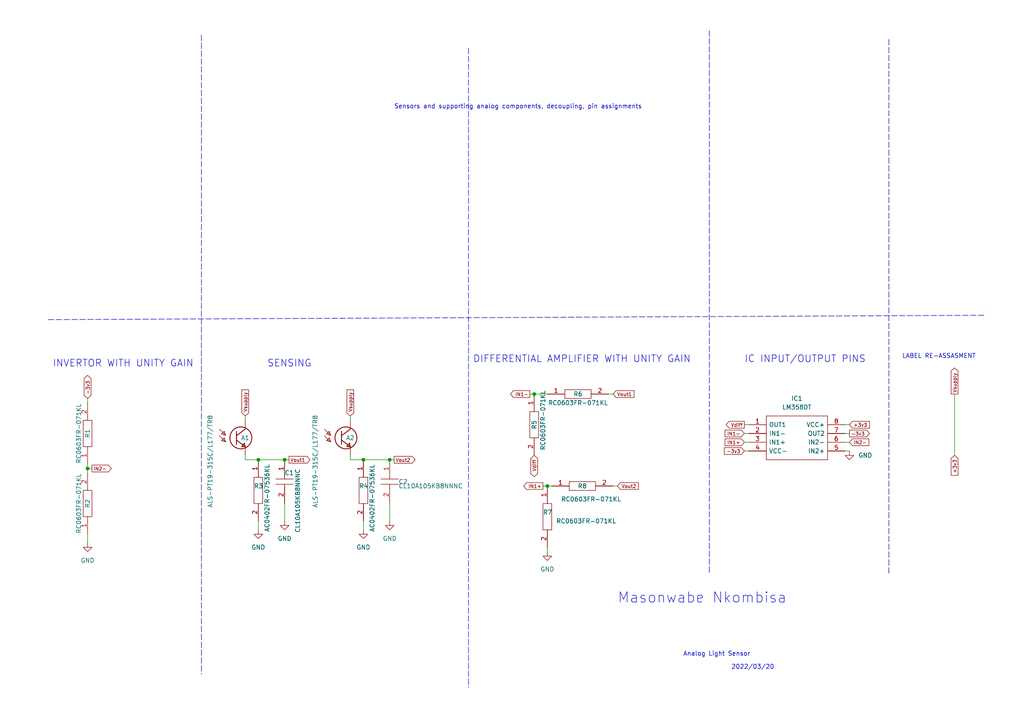
<source format=kicad_sch>
(kicad_sch (version 20211123) (generator eeschema)
  (paper "A4")
  (lib_symbols
    (symbol "ALS-PT19-315C_L177_TR8:ALS-PT19-315C{slash}L177{slash}TR8" (pin_numbers hide) (pin_names (offset 1.016) hide)
      (property "Reference" "A" (at -10.16 5.08 0))
      (property "Value" "ALS-PT19-315C{slash}L177{slash}TR8" (at -10.16 -7.62 0))
      (symbol "ALS-PT19-315C{slash}L177{slash}TR8_0_0"
        (polyline (pts (xy -4.953 0.635) (xy -3.175 -1.143)) (stroke (width 0.1524)))
        (polyline (pts (xy -4.953 2.54) (xy -3.175 0.762)) (stroke (width 0.1524)))
        (polyline (pts (xy -4.318 -0.762) (xy -3.556 0)) (stroke (width 0.1524)))
        (polyline (pts (xy -4.318 1.143) (xy -3.556 1.905)) (stroke (width 0.1524)))
        (polyline (pts (xy -3.556 0) (xy -3.175 -1.143)) (stroke (width 0.1524)))
        (polyline (pts (xy -3.556 1.905) (xy -3.175 0.762)) (stroke (width 0.1524)))
        (polyline (pts (xy -3.175 -1.143) (xy -4.318 -0.762)) (stroke (width 0.1524)))
        (polyline (pts (xy -3.175 0.762) (xy -4.318 1.143)) (stroke (width 0.1524)))
        (polyline (pts (xy 0 -0.635) (xy 0 -1.905)) (stroke (width 0.254)))
        (polyline (pts (xy 0 -0.635) (xy 2.54 -2.54)) (stroke (width 0.254)))
        (polyline (pts (xy 0 0.635) (xy 0 -0.635)) (stroke (width 0.254)))
        (polyline (pts (xy 0 0.635) (xy 2.54 2.54)) (stroke (width 0.254)))
        (polyline (pts (xy 0 1.905) (xy 0 0.635)) (stroke (width 0.254)))
        (polyline (pts (xy 2.286 -2.286) (xy 2.54 -2.54)) (stroke (width 0.1524)))
        (polyline (pts (xy -4.318 -0.762) (xy -3.175 -1.143) (xy -3.556 0) (xy -4.318 -0.762)) (stroke (width 0.1524)) (fill (type background)))
        (polyline (pts (xy -4.318 1.143) (xy -3.175 0.762) (xy -3.556 1.905) (xy -4.318 1.143)) (stroke (width 0.1524)) (fill (type background)))
        (polyline (pts (xy 2.54 -2.54) (xy 2.286 -1.524) (xy 1.524 -2.54) (xy 2.54 -2.54)) (stroke (width 0.254)) (fill (type background)))
        (circle (center 1.27 0) (radius 3.175) (stroke (width 0.254)))
        (pin passive line (at 2.54 5.08 270) (length 2.54) (name "~") (number "1"))
        (pin passive line (at 2.54 -5.08 90) (length 2.54) (name "~") (number "2"))
      )
    )
    (symbol "SamacSys_Parts:AC0402FR-07536KL" (pin_names (offset 0.762))
      (property "Reference" "R" (at 13.97 6.35 0))
      (property "Value" "AC0402FR-07536KL" (at 13.97 3.81 0))
      (symbol "AC0402FR-07536KL_0_0"
        (pin passive line (at 0 0 0) (length 5.08) (name "~") (number "1"))
        (pin passive line (at 17.78 0 180) (length 5.08) (name "~") (number "2"))
      )
      (symbol "AC0402FR-07536KL_0_1"
        (polyline (pts (xy 5.08 1.27) (xy 12.7 1.27) (xy 12.7 -1.27) (xy 5.08 -1.27) (xy 5.08 1.27)) (stroke (width 0.1524)))
      )
    )
    (symbol "SamacSys_Parts:CL10A105KB8NNNC" (pin_names (offset 0.762))
      (property "Reference" "C" (at 8.89 6.35 0))
      (property "Value" "CL10A105KB8NNNC" (at 8.89 3.81 0))
      (symbol "CL10A105KB8NNNC_0_0"
        (pin passive line (at 0 0 0) (length 5.08) (name "~") (number "1"))
        (pin passive line (at 12.7 0 180) (length 5.08) (name "~") (number "2"))
      )
      (symbol "CL10A105KB8NNNC_0_1"
        (polyline (pts (xy 5.08 0) (xy 5.588 0)) (stroke (width 0.1524)))
        (polyline (pts (xy 5.588 2.54) (xy 5.588 -2.54)) (stroke (width 0.1524)))
        (polyline (pts (xy 7.112 0) (xy 7.62 0)) (stroke (width 0.1524)))
        (polyline (pts (xy 7.112 2.54) (xy 7.112 -2.54)) (stroke (width 0.1524)))
      )
    )
    (symbol "SamacSys_Parts:LM358DT" (pin_names (offset 0.762))
      (property "Reference" "IC" (at 24.13 7.62 0))
      (property "Value" "LM358DT" (at 24.13 5.08 0))
      (symbol "LM358DT_0_0"
        (pin passive line (at 0 0 0) (length 5.08) (name "OUT1") (number "1"))
        (pin passive line (at 0 -2.54 0) (length 5.08) (name "IN1-") (number "2"))
        (pin passive line (at 0 -5.08 0) (length 5.08) (name "IN1+") (number "3"))
        (pin passive line (at 0 -7.62 0) (length 5.08) (name "VCC-") (number "4"))
        (pin passive line (at 27.94 -7.62 180) (length 5.08) (name "IN2+") (number "5"))
        (pin passive line (at 27.94 -5.08 180) (length 5.08) (name "IN2-") (number "6"))
        (pin passive line (at 27.94 -2.54 180) (length 5.08) (name "OUT2") (number "7"))
        (pin passive line (at 27.94 0 180) (length 5.08) (name "VCC+") (number "8"))
      )
      (symbol "LM358DT_0_1"
        (polyline (pts (xy 5.08 2.54) (xy 22.86 2.54) (xy 22.86 -10.16) (xy 5.08 -10.16) (xy 5.08 2.54)) (stroke (width 0.1524)))
      )
    )
    (symbol "SamacSys_Parts:RC0603FR-071KL" (pin_names (offset 0.762))
      (property "Reference" "R" (at 13.97 6.35 0))
      (property "Value" "RC0603FR-071KL" (at 13.97 3.81 0))
      (symbol "RC0603FR-071KL_0_0"
        (pin passive line (at 0 0 0) (length 5.08) (name "~") (number "1"))
        (pin passive line (at 17.78 0 180) (length 5.08) (name "~") (number "2"))
      )
      (symbol "RC0603FR-071KL_0_1"
        (polyline (pts (xy 5.08 1.27) (xy 12.7 1.27) (xy 12.7 -1.27) (xy 5.08 -1.27) (xy 5.08 1.27)) (stroke (width 0.1524)))
      )
    )
    (symbol "power:GND" (power) (pin_names (offset 0))
      (property "Value" "GND" (at 0 -3.81 0))
      (symbol "GND_0_1"
        (polyline (pts (xy 0 0) (xy 0 -1.27) (xy 1.27 -1.27) (xy 0 -2.54) (xy -1.27 -1.27) (xy 0 -1.27)))
      )
      (symbol "GND_1_1"
        (pin power_in line (at 0 0 270) (length 0) hide (name "GND") (number "1"))
      )
    )
  )
  (junction (at 82.55 133.35))
  (junction (at 74.93 133.35))
  (junction (at 154.94 114.3))
  (junction (at 25.4 135.89))
  (junction (at 158.75 140.97))
  (junction (at 113.03 133.35))
  (junction (at 105.41 133.35))
  (wire (pts (xy 101.6 132.08) (xy 101.6 133.35)))
  (wire (pts (xy 217.17 125.73) (xy 215.9 125.73)))
  (wire (pts (xy 154.94 114.3) (xy 158.75 114.3)))
  (wire (pts (xy 217.17 128.27) (xy 215.9 128.27)))
  (polyline (pts (xy 13.97 92.71) (xy 285.75 91.44)))
  (wire (pts (xy 215.9 123.19) (xy 217.17 123.19)))
  (wire (pts (xy 154.94 114.3) (xy 153.67 114.3)))
  (polyline (pts (xy 205.74 8.89) (xy 205.74 166.37)))
  (wire (pts (xy 82.55 133.35) (xy 74.93 133.35)))
  (polyline (pts (xy 58.42 10.16) (xy 58.42 195.58)))
  (wire (pts (xy 105.41 133.35) (xy 101.6 133.35)))
  (wire (pts (xy 177.8 140.97) (xy 179.07 140.97)))
  (wire (pts (xy 158.75 140.97) (xy 160.02 140.97)))
  (wire (pts (xy 25.4 135.89) (xy 25.4 137.16)))
  (polyline (pts (xy 257.81 11.43) (xy 257.81 166.37)))
  (wire (pts (xy 114.3 133.35) (xy 113.03 133.35)))
  (wire (pts (xy 25.4 115.57) (xy 25.4 116.84)))
  (wire (pts (xy 74.93 133.35) (xy 71.12 133.35)))
  (wire (pts (xy 26.67 135.89) (xy 25.4 135.89)))
  (wire (pts (xy 158.75 160.02) (xy 158.75 158.75)))
  (polyline (pts (xy 135.89 13.97) (xy 135.89 199.39)))
  (wire (pts (xy 71.12 132.08) (xy 71.12 133.35)))
  (wire (pts (xy 25.4 134.62) (xy 25.4 135.89)))
  (wire (pts (xy 74.93 151.13) (xy 74.93 153.67)))
  (wire (pts (xy 276.86 114.3) (xy 276.86 132.08)))
  (wire (pts (xy 83.82 133.35) (xy 82.55 133.35)))
  (wire (pts (xy 25.4 157.48) (xy 25.4 154.94)))
  (wire (pts (xy 245.11 128.27) (xy 246.38 128.27)))
  (wire (pts (xy 71.12 120.65) (xy 71.12 121.92)))
  (wire (pts (xy 113.03 146.05) (xy 113.03 151.13)))
  (wire (pts (xy 245.11 125.73) (xy 246.38 125.73)))
  (wire (pts (xy 105.41 151.13) (xy 105.41 153.67)))
  (wire (pts (xy 157.48 140.97) (xy 158.75 140.97)))
  (wire (pts (xy 215.9 130.81) (xy 217.17 130.81)))
  (wire (pts (xy 82.55 146.05) (xy 82.55 151.13)))
  (wire (pts (xy 113.03 133.35) (xy 105.41 133.35)))
  (wire (pts (xy 101.6 120.65) (xy 101.6 121.92)))
  (wire (pts (xy 176.53 114.3) (xy 177.8 114.3)))
  (wire (pts (xy 245.11 123.19) (xy 246.38 123.19)))
  (wire (pts (xy 245.11 130.81) (xy 246.38 130.81)))
  (text "SENSING" (at 77.47 106.68 0) (effects (font (size 2 2)) (justify left bottom)))
  (text "LABEL RE-ASSASMENT" (at 261.62 104.14 0) (effects (font (size 1.27 1.27)) (justify left bottom)))
  (text "IC INPUT/OUTPUT PINS" (at 215.9 105.41 0) (effects (font (size 2 2)) (justify left bottom)))
  (text "Sensors and supporting analog components, decoupling, pin assignments" (at 114.3 31.75 0) (effects (font (size 1.27 1.27)) (justify left bottom)))
  (text "INVERTOR WITH UNITY GAIN" (at 15.24 106.68 0) (effects (font (size 2 2)) (justify left bottom)))
  (text "Analog Light Sensor" (at 198.12 190.5 0) (effects (font (size 1.27 1.27)) (justify left bottom)))
  (text "Masonwabe Nkombisa\n" (at 179.07 175.26 0) (effects (font (size 3 3)) (justify left bottom)))
  (text "DIFFERENTIAL AMPLIFIER WITH UNITY GAIN" (at 137.16 105.41 0) (effects (font (size 2 2)) (justify left bottom)))
  (text "2022/03/20" (at 212.09 194.31 0) (effects (font (size 1.27 1.27)) (justify left bottom)))
  (global_label "Vsupply" (shape input) (at 71.12 120.65 90) (effects (font (size 1 1))) (property "Intersheet References" "${INTERSHEET_REFS}" (effects hide)))
  (global_label "Vout2" (shape input) (at 179.07 140.97 0) (effects (font (size 1 1))) (property "Intersheet References" "${INTERSHEET_REFS}" (effects hide)))
  (global_label "Vsupply" (shape output) (at 276.86 114.3 90) (effects (font (size 1 1))) (property "Intersheet References" "${INTERSHEET_REFS}" (effects hide)))
  (global_label "-3v3" (shape bidirectional) (at 25.4 115.57 90) (effects (font (size 1 1))) (property "Intersheet References" "${INTERSHEET_REFS}" (effects hide)))
  (global_label "Vout1" (shape input) (at 177.8 114.3 0) (effects (font (size 1 1))) (property "Intersheet References" "${INTERSHEET_REFS}" (effects hide)))
  (global_label "+3v3" (shape input) (at 246.38 123.19 0) (effects (font (size 1 1))) (property "Intersheet References" "${INTERSHEET_REFS}" (effects hide)))
  (global_label "IN1+" (shape input) (at 215.9 128.27 180) (effects (font (size 1 1))) (property "Intersheet References" "${INTERSHEET_REFS}" (effects hide)))
  (global_label "+3v3" (shape input) (at 276.86 132.08 270) (effects (font (size 1 1))) (property "Intersheet References" "${INTERSHEET_REFS}" (effects hide)))
  (global_label "Vdiff" (shape output) (at 215.9 123.19 180) (effects (font (size 1 1))) (property "Intersheet References" "${INTERSHEET_REFS}" (effects hide)))
  (global_label "-3v3" (shape input) (at 215.9 130.81 180) (effects (font (size 1 1))) (property "Intersheet References" "${INTERSHEET_REFS}" (effects hide)))
  (global_label "IN2-" (shape output) (at 26.67 135.89 0) (effects (font (size 1 1))) (property "Intersheet References" "${INTERSHEET_REFS}" (effects hide)))
  (global_label "-3v3" (shape output) (at 246.38 125.73 0) (effects (font (size 1 1))) (property "Intersheet References" "${INTERSHEET_REFS}" (effects hide)))
  (global_label "Vsupply" (shape input) (at 101.6 120.65 90) (effects (font (size 1 1))) (property "Intersheet References" "${INTERSHEET_REFS}" (effects hide)))
  (global_label "IN1-" (shape output) (at 153.67 114.3 180) (effects (font (size 1 1))) (property "Intersheet References" "${INTERSHEET_REFS}" (effects hide)))
  (global_label "IN1-" (shape input) (at 215.9 125.73 180) (effects (font (size 1 1))) (property "Intersheet References" "${INTERSHEET_REFS}" (effects hide)))
  (global_label "Vdiff" (shape bidirectional) (at 154.94 132.08 270) (effects (font (size 1 1))) (property "Intersheet References" "${INTERSHEET_REFS}" (effects hide)))
  (global_label "Vout1" (shape output) (at 83.82 133.35 0) (effects (font (size 1 1))) (property "Intersheet References" "${INTERSHEET_REFS}" (effects hide)))
  (global_label "IN2-" (shape input) (at 246.38 128.27 0) (effects (font (size 1 1))) (property "Intersheet References" "${INTERSHEET_REFS}" (effects hide)))
  (global_label "IN1+" (shape output) (at 157.48 140.97 180) (effects (font (size 1 1))) (property "Intersheet References" "${INTERSHEET_REFS}" (effects hide)))
  (global_label "Vout2" (shape output) (at 114.3 133.35 0) (effects (font (size 1 1))) (property "Intersheet References" "${INTERSHEET_REFS}" (effects hide)))
  (symbol (lib_id "SamacSys_Parts:RC0603FR-071KL") (at 160.02 140.97 0) (unit 1)
    (property "Reference" "R8" (at 168.91 140.97 0))
    (property "Value" "RC0603FR-071KL" (at 171.45 144.78 0))
    (property "Footprint" "SamacSys_Parts:RESC1608X55N" (effects hide))
    (property "Datasheet" "https://datasheet.datasheetarchive.com/originals/distributors/Datasheets_SAMA/902f9e387b938f871d31120f5fc1d65e.pdf" (effects hide))
    (property "Description" "GENERAL PURPOSE CHIP RESISTORS" (effects hide))
    (property "Height" "0.55" (effects hide))
    (property "Manufacturer_Name" "YAGEO (PHYCOMP)" (effects hide))
    (property "Manufacturer_Part_Number" "RC0603FR-071KL" (effects hide))
    (property "Mouser Part Number" "603-RC0603FR-071KL" (effects hide))
    (property "Mouser Price/Stock" "https://www.mouser.co.uk/ProductDetail/YAGEO/RC0603FR-071KL?qs=VU8sRB4EgwApHsk4rF%2F3zg%3D%3D" (effects hide))
    (property "Arrow Part Number" "RC0603FR-071KL" (effects hide))
    (property "Arrow Price/Stock" "https://www.arrow.com/en/products/rc0603fr-071kl/yageo?region=europe" (effects hide))
    (property "LCSC" "C22548" (effects hide))
    (property "Price" "$0.0012" (effects hide))
    (property "MANUFACTURER" "YAGEO" (effects hide))
  )
  (symbol (lib_id "power:GND") (at 158.75 160.02 0) (unit 1)
    (property "Reference" "#PWR06" (effects hide))
    (property "Value" "GND" (at 158.75 165.1 0))
  )
  (symbol (lib_id "SamacSys_Parts:RC0603FR-071KL") (at 154.94 114.3 270) (unit 1)
    (property "Reference" "R5" (at 154.94 123.19 0))
    (property "Value" "RC0603FR-071KL" (at 157.48 121.92 0))
    (property "Footprint" "SamacSys_Parts:RESC1608X55N" (effects hide))
    (property "Datasheet" "https://datasheet.datasheetarchive.com/originals/distributors/Datasheets_SAMA/902f9e387b938f871d31120f5fc1d65e.pdf" (effects hide))
    (property "Description" "GENERAL PURPOSE CHIP RESISTORS" (effects hide))
    (property "Height" "0.55" (effects hide))
    (property "Manufacturer_Name" "YAGEO (PHYCOMP)" (effects hide))
    (property "Manufacturer_Part_Number" "RC0603FR-071KL" (effects hide))
    (property "Mouser Part Number" "603-RC0603FR-071KL" (effects hide))
    (property "Mouser Price/Stock" "https://www.mouser.co.uk/ProductDetail/YAGEO/RC0603FR-071KL?qs=VU8sRB4EgwApHsk4rF%2F3zg%3D%3D" (effects hide))
    (property "Arrow Part Number" "RC0603FR-071KL" (effects hide))
    (property "Arrow Price/Stock" "https://www.arrow.com/en/products/rc0603fr-071kl/yageo?region=europe" (effects hide))
    (property "LCSC" "C22548" (effects hide))
    (property "Price" "$0.0012" (effects hide))
    (property "MANUFACTURER" "YAGEO" (effects hide))
  )
  (symbol (lib_id "SamacSys_Parts:CL10A105KB8NNNC") (at 82.55 133.35 270) (unit 1)
    (property "Reference" "C1" (at 82.55 137.16 90) (effects (justify left)))
    (property "Value" "CL10A105KB8NNNC" (at 86.36 135.89 0) (effects (justify left)))
    (property "Footprint" "SamacSys_Parts:CAPC1608X90N" (effects hide))
    (property "Datasheet" "https://datasheet.datasheetarchive.com/originals/distributors/Datasheets-DGA10/2411562.pdf" (effects hide))
    (property "Description" "CAP, 1uF, 50V, +/-10%, X5R, 0603" (effects hide))
    (property "Height" "0.9" (effects hide))
    (property "Manufacturer_Name" "Samsung Electro-Mechanics" (effects hide))
    (property "Manufacturer_Part_Number" "CL10A105KB8NNNC" (effects hide))
    (property "Mouser Part Number" "187-CL10A105KB8NNNC" (effects hide))
    (property "Mouser Price/Stock" "https://www.mouser.co.uk/ProductDetail/Samsung-Electro-Mechanics/CL10A105KB8NNNC?qs=ktYoCbbtCSJz4pFCLWXd5g%3D%3D" (effects hide))
    (property "Arrow Part Number" "CL10A105KB8NNNC" (effects hide))
    (property "Arrow Price/Stock" "https://www.arrow.com/en/products/cl10a105kb8nnnc/samsung-electro-mechanics?region=europe" (effects hide))
    (property "LCSC" "C15849" (effects hide))
    (property "Price" "$0.0058" (effects hide))
    (property "MANUFACTURER" "Samsung Electro-Mechanics" (effects hide))
  )
  (symbol (lib_id "power:GND") (at 113.03 151.13 0) (unit 1)
    (property "Reference" "#PWR05" (effects hide))
    (property "Value" "GND" (at 113.03 156.21 0))
  )
  (symbol (lib_id "SamacSys_Parts:RC0603FR-071KL") (at 158.75 114.3 0) (unit 1)
    (property "Reference" "R6" (at 167.64 114.3 0))
    (property "Value" "RC0603FR-071KL" (at 167.64 116.84 0))
    (property "Footprint" "SamacSys_Parts:RESC1608X55N" (effects hide))
    (property "Datasheet" "https://datasheet.datasheetarchive.com/originals/distributors/Datasheets_SAMA/902f9e387b938f871d31120f5fc1d65e.pdf" (effects hide))
    (property "Description" "GENERAL PURPOSE CHIP RESISTORS" (effects hide))
    (property "Height" "0.55" (effects hide))
    (property "Manufacturer_Name" "YAGEO (PHYCOMP)" (effects hide))
    (property "Manufacturer_Part_Number" "RC0603FR-071KL" (effects hide))
    (property "Mouser Part Number" "603-RC0603FR-071KL" (effects hide))
    (property "Mouser Price/Stock" "https://www.mouser.co.uk/ProductDetail/YAGEO/RC0603FR-071KL?qs=VU8sRB4EgwApHsk4rF%2F3zg%3D%3D" (effects hide))
    (property "Arrow Part Number" "RC0603FR-071KL" (effects hide))
    (property "Arrow Price/Stock" "https://www.arrow.com/en/products/rc0603fr-071kl/yageo?region=europe" (effects hide))
    (property "LCSC" "C22548" (effects hide))
    (property "Price" "$0.0012" (effects hide))
    (property "MANUFACTURER" "YAGEO" (effects hide))
  )
  (symbol (lib_id "ALS-PT19-315C_L177_TR8:ALS-PT19-315C{slash}L177{slash}TR8") (at 68.58 127 0) (unit 1)
    (property "Reference" "A1" (at 69.85 127 0) (effects (justify left)))
    (property "Value" "ALS-PT19-315C/L177/TR8" (at 60.96 147.32 90) (effects (justify left)))
    (property "Footprint" "SamacSys_Parts:XDCR_ALS-PT19-315C_L177_TR8" (effects hide))
    (property "Datasheet" "https://datasheet.lcsc.com/lcsc/1806131537_Everlight-Elec-ALS-PT19-315C-L177-TR8_C146233.pdf" (effects hide))
    (property "MANUFACTURER" "Everlight" (effects hide))
    (property "PARTREV" "5" (effects hide))
    (property "MAXIMUM_PACKAGE_HEIGHT" "0.7 mm" (effects hide))
    (property "STANDARD" "Manufacturer Recommendations" (effects hide))
    (property "LCSC" "C146233" (effects hide))
    (property "Price" "$0.1407" (effects hide))
  )
  (symbol (lib_id "SamacSys_Parts:AC0402FR-07536KL") (at 74.93 133.35 270) (unit 1)
    (property "Reference" "R3" (at 73.66 140.97 90) (effects (justify left)))
    (property "Value" "AC0402FR-07536KL" (at 77.47 134.62 0) (effects (justify left)))
    (property "Footprint" "SamacSys_Parts:RESC1005X37N" (effects hide))
    (property "Datasheet" "https://www.yageo.com/upload/media/product/productsearch/datasheet/rchip/PYu-AC_51_RoHS_L_8.pdf" (effects hide))
    (property "Description" "Thick Film Resistors - SMD 1/16W 536K ohm 1% AEC-Q200" (effects hide))
    (property "Height" "0.37" (effects hide))
    (property "Manufacturer_Name" "YAGEO (PHYCOMP)" (effects hide))
    (property "Manufacturer_Part_Number" "AC0402FR-07536KL" (effects hide))
    (property "Mouser Part Number" "603-AC0402FR-07536KL" (effects hide))
    (property "Mouser Price/Stock" "https://www.mouser.co.uk/ProductDetail/Yageo/AC0402FR-07536KL?qs=ygRr%2Ftkhtes1ZRS%252BGC1nhA%3D%3D" (effects hide))
    (property "LCSC" "C144748" (effects hide))
    (property "Price" "$0.0011" (effects hide))
    (property "MANUFACTURER" "YAGEO" (effects hide))
  )
  (symbol (lib_id "SamacSys_Parts:RC0603FR-071KL") (at 158.75 140.97 270) (unit 1)
    (property "Reference" "R7" (at 157.48 148.59 90) (effects (justify left)))
    (property "Value" "RC0603FR-071KL" (at 161.29 151.1299 90) (effects (justify left)))
    (property "Footprint" "SamacSys_Parts:RESC1608X55N" (effects hide))
    (property "Datasheet" "https://datasheet.datasheetarchive.com/originals/distributors/Datasheets_SAMA/902f9e387b938f871d31120f5fc1d65e.pdf" (effects hide))
    (property "Description" "GENERAL PURPOSE CHIP RESISTORS" (effects hide))
    (property "Height" "0.55" (effects hide))
    (property "Manufacturer_Name" "YAGEO (PHYCOMP)" (effects hide))
    (property "Manufacturer_Part_Number" "RC0603FR-071KL" (effects hide))
    (property "Mouser Part Number" "603-RC0603FR-071KL" (effects hide))
    (property "Mouser Price/Stock" "https://www.mouser.co.uk/ProductDetail/YAGEO/RC0603FR-071KL?qs=VU8sRB4EgwApHsk4rF%2F3zg%3D%3D" (effects hide))
    (property "Arrow Part Number" "RC0603FR-071KL" (effects hide))
    (property "Arrow Price/Stock" "https://www.arrow.com/en/products/rc0603fr-071kl/yageo?region=europe" (effects hide))
    (property "LCSC" "C22548" (effects hide))
    (property "Price" "$0.0012" (effects hide))
    (property "MANUFACTURER" "YAGEO" (effects hide))
  )
  (symbol (lib_id "ALS-PT19-315C_L177_TR8:ALS-PT19-315C{slash}L177{slash}TR8") (at 99.06 127 0) (unit 1)
    (property "Reference" "A2" (at 100.33 127 0) (effects (justify left)))
    (property "Value" "ALS-PT19-315C/L177/TR8" (at 91.44 147.32 90) (effects (justify left)))
    (property "Footprint" "SamacSys_Parts:XDCR_ALS-PT19-315C_L177_TR8" (effects hide))
    (property "Datasheet" "https://datasheet.lcsc.com/lcsc/1806131537_Everlight-Elec-ALS-PT19-315C-L177-TR8_C146233.pdf" (effects hide))
    (property "MANUFACTURER" "Everlight" (effects hide))
    (property "PARTREV" "5" (effects hide))
    (property "MAXIMUM_PACKAGE_HEIGHT" "0.7 mm" (effects hide))
    (property "STANDARD" "Manufacturer Recommendations" (effects hide))
    (property "LCSC" "C146233" (effects hide))
    (property "Price" "$0.1407" (effects hide))
  )
  (symbol (lib_id "power:GND") (at 82.55 151.13 0) (unit 1)
    (property "Reference" "#PWR03" (effects hide))
    (property "Value" "GND" (at 82.55 156.21 0))
  )
  (symbol (lib_id "power:GND") (at 25.4 157.48 0) (unit 1)
    (property "Reference" "#PWR01" (effects hide))
    (property "Value" "GND" (at 25.4 162.56 0))
  )
  (symbol (lib_id "SamacSys_Parts:LM358DT") (at 217.17 123.19 0) (unit 1)
    (property "Reference" "IC1" (at 231.14 115.57 0))
    (property "Value" "LM358DT" (at 231.14 118.11 0))
    (property "Footprint" "SamacSys_Parts:SOIC127P600X175-8N" (effects hide))
    (property "Datasheet" "http://www.st.com/st-web-ui/static/active/en/resource/technical/document/datasheet/CD00000464.pdf" (effects hide))
    (property "Description" "LM358DT, Dual Operational Amplifier 1.1MHz 5 to 28V, 8-Pin SO" (effects hide))
    (property "Height" "1.75" (effects hide))
    (property "Manufacturer_Name" "STMicroelectronics" (effects hide))
    (property "Manufacturer_Part_Number" "LM358DT" (effects hide))
    (property "Mouser Part Number" "511-LM358DT" (effects hide))
    (property "Mouser Price/Stock" "https://www.mouser.co.uk/ProductDetail/STMicroelectronics/LM358DT?qs=omvQGv%252BAfzDWfqgV6a5v9A%3D%3D" (effects hide))
    (property "Arrow Part Number" "LM358DT" (effects hide))
    (property "Arrow Price/Stock" "https://www.arrow.com/en/products/lm358dt/stmicroelectronics?region=nac" (effects hide))
    (property "LCSC" "C9418" (effects hide))
    (property "Price" "$0.1043" (effects hide))
    (property "MANUFACTURER" "STMicroelectronics" (effects hide))
  )
  (symbol (lib_id "power:GND") (at 246.38 130.81 0) (mirror y) (unit 1)
    (property "Reference" "#PWR07" (effects hide))
    (property "Value" "GND" (at 248.92 132.0799 0) (effects (justify right)))
  )
  (symbol (lib_id "SamacSys_Parts:RC0603FR-071KL") (at 25.4 134.62 270) (mirror x) (unit 1)
    (property "Reference" "R1" (at 25.4 125.73 0))
    (property "Value" "RC0603FR-071KL" (at 22.86 125.73 0))
    (property "Footprint" "SamacSys_Parts:RESC1608X55N" (effects hide))
    (property "Datasheet" "https://datasheet.datasheetarchive.com/originals/distributors/Datasheets_SAMA/902f9e387b938f871d31120f5fc1d65e.pdf" (effects hide))
    (property "Description" "GENERAL PURPOSE CHIP RESISTORS" (effects hide))
    (property "Height" "0.55" (effects hide))
    (property "Manufacturer_Name" "YAGEO (PHYCOMP)" (effects hide))
    (property "Manufacturer_Part_Number" "RC0603FR-071KL" (effects hide))
    (property "Mouser Part Number" "603-RC0603FR-071KL" (effects hide))
    (property "Mouser Price/Stock" "https://www.mouser.co.uk/ProductDetail/YAGEO/RC0603FR-071KL?qs=VU8sRB4EgwApHsk4rF%2F3zg%3D%3D" (effects hide))
    (property "Arrow Part Number" "RC0603FR-071KL" (effects hide))
    (property "Arrow Price/Stock" "https://www.arrow.com/en/products/rc0603fr-071kl/yageo?region=europe" (effects hide))
    (property "LCSC" "C22548" (effects hide))
    (property "Price" "$0.0012" (effects hide))
    (property "MANUFACTURER" "YAGEO" (effects hide))
  )
  (symbol (lib_id "SamacSys_Parts:RC0603FR-071KL") (at 25.4 154.94 270) (mirror x) (unit 1)
    (property "Reference" "R2" (at 25.4 146.05 0))
    (property "Value" "RC0603FR-071KL" (at 22.86 146.05 0))
    (property "Footprint" "SamacSys_Parts:RESC1608X55N" (effects hide))
    (property "Datasheet" "https://datasheet.datasheetarchive.com/originals/distributors/Datasheets_SAMA/902f9e387b938f871d31120f5fc1d65e.pdf" (effects hide))
    (property "Description" "GENERAL PURPOSE CHIP RESISTORS" (effects hide))
    (property "Height" "0.55" (effects hide))
    (property "Manufacturer_Name" "YAGEO (PHYCOMP)" (effects hide))
    (property "Manufacturer_Part_Number" "RC0603FR-071KL" (effects hide))
    (property "Mouser Part Number" "603-RC0603FR-071KL" (effects hide))
    (property "Mouser Price/Stock" "https://www.mouser.co.uk/ProductDetail/YAGEO/RC0603FR-071KL?qs=VU8sRB4EgwApHsk4rF%2F3zg%3D%3D" (effects hide))
    (property "Arrow Part Number" "RC0603FR-071KL" (effects hide))
    (property "Arrow Price/Stock" "https://www.arrow.com/en/products/rc0603fr-071kl/yageo?region=europe" (effects hide))
    (property "LCSC" "C22548" (effects hide))
    (property "Price" "$0.0012" (effects hide))
    (property "MANUFACTURER" "YAGEO" (effects hide))
  )
  (symbol (lib_id "SamacSys_Parts:CL10A105KB8NNNC") (at 113.03 133.35 270) (unit 1)
    (property "Reference" "C2" (at 115.57 139.7 90) (effects (justify left)))
    (property "Value" "CL10A105KB8NNNC" (at 115.57 140.97 90) (effects (justify left)))
    (property "Footprint" "SamacSys_Parts:CAPC1608X90N" (effects hide))
    (property "Datasheet" "https://datasheet.datasheetarchive.com/originals/distributors/Datasheets-DGA10/2411562.pdf" (effects hide))
    (property "Description" "CAP, 1uF, 50V, +/-10%, X5R, 0603" (effects hide))
    (property "Height" "0.9" (effects hide))
    (property "Manufacturer_Name" "Samsung Electro-Mechanics" (effects hide))
    (property "Manufacturer_Part_Number" "CL10A105KB8NNNC" (effects hide))
    (property "Mouser Part Number" "187-CL10A105KB8NNNC" (effects hide))
    (property "Mouser Price/Stock" "https://www.mouser.co.uk/ProductDetail/Samsung-Electro-Mechanics/CL10A105KB8NNNC?qs=ktYoCbbtCSJz4pFCLWXd5g%3D%3D" (effects hide))
    (property "Arrow Part Number" "CL10A105KB8NNNC" (effects hide))
    (property "Arrow Price/Stock" "https://www.arrow.com/en/products/cl10a105kb8nnnc/samsung-electro-mechanics?region=europe" (effects hide))
    (property "LCSC" "C15849" (effects hide))
    (property "Price" "$0.0058" (effects hide))
    (property "MANUFACTURER" "Samsung Electro-Mechanics" (effects hide))
  )
  (symbol (lib_id "SamacSys_Parts:AC0402FR-07536KL") (at 105.41 133.35 270) (unit 1)
    (property "Reference" "R4" (at 104.14 140.97 90) (effects (justify left)))
    (property "Value" "AC0402FR-07536KL" (at 107.95 134.62 0) (effects (justify left)))
    (property "Footprint" "SamacSys_Parts:RESC1005X37N" (effects hide))
    (property "Datasheet" "https://www.yageo.com/upload/media/product/productsearch/datasheet/rchip/PYu-AC_51_RoHS_L_8.pdf" (effects hide))
    (property "Description" "Thick Film Resistors - SMD 1/16W 536K ohm 1% AEC-Q200" (effects hide))
    (property "Height" "0.37" (effects hide))
    (property "Manufacturer_Name" "YAGEO (PHYCOMP)" (effects hide))
    (property "Manufacturer_Part_Number" "AC0402FR-07536KL" (effects hide))
    (property "Mouser Part Number" "603-AC0402FR-07536KL" (effects hide))
    (property "Mouser Price/Stock" "https://www.mouser.co.uk/ProductDetail/Yageo/AC0402FR-07536KL?qs=ygRr%2Ftkhtes1ZRS%252BGC1nhA%3D%3D" (effects hide))
    (property "LCSC" "C144748" (effects hide))
    (property "Price" "$0.0011" (effects hide))
    (property "MANUFACTURER" "YAGEO" (effects hide))
  )
  (symbol (lib_id "power:GND") (at 74.93 153.67 0) (unit 1)
    (property "Reference" "#PWR02" (effects hide))
    (property "Value" "GND" (at 74.93 158.75 0))
  )
  (symbol (lib_id "power:GND") (at 105.41 153.67 0) (unit 1)
    (property "Reference" "#PWR04" (effects hide))
    (property "Value" "GND" (at 105.41 158.75 0))
  )
)
</source>
